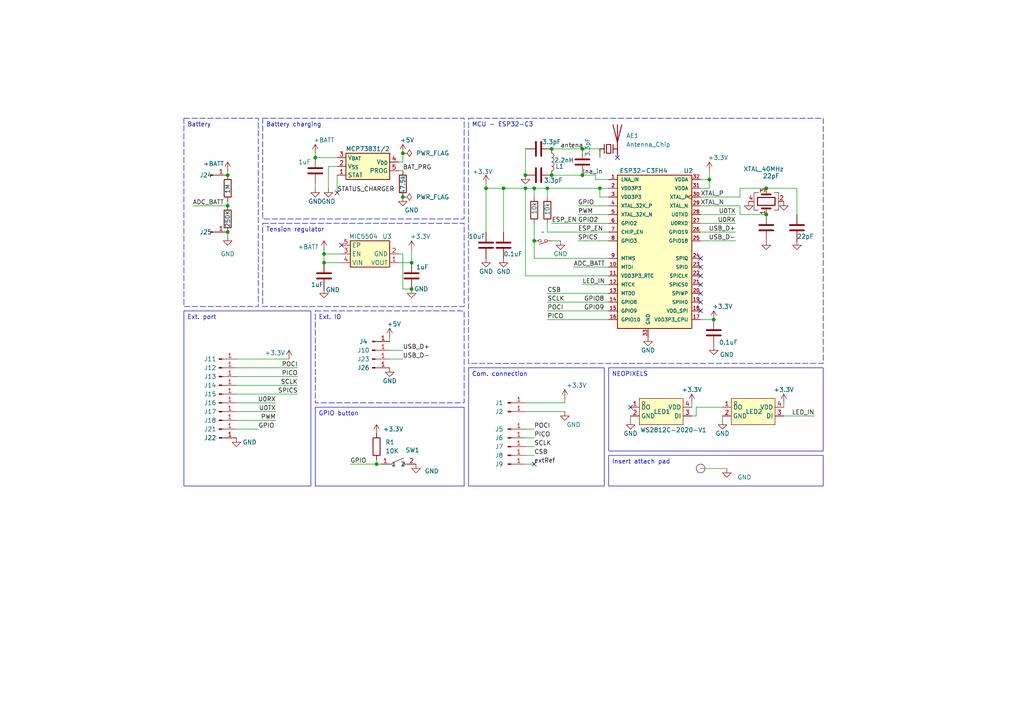
<source format=kicad_sch>
(kicad_sch (version 20231120) (generator "eeschema") (generator_version "8.0")
  (paper "A4")
  (title_block (title "Communication Mono") (date "2024-09-02") (rev "1.0") (company "Aightech"))
  (lib_symbols
    (symbol "00_custom:ESP32-C3FH4" (pin_names (offset 1.016))
      (property "Reference" "U" (at 2.54 5.08 0))
      (property "Value" "ESP32-C3FH4" (at 2.54 1.27 0))
      (symbol "ESP32-C3FH4_0_0"
        (rectangle (start 2.54 1.27) (end 24.13 -43.18) (stroke (width 0.254)) (fill (type background)))
        (pin bidirectional line (at 0 -25.4 0) (length 2.54) (name "MTDI") (number "10"))
        (pin power_in line (at 0 -27.94 0) (length 2.54) (name "VDD3P3_RTC") (number "11"))
        (pin bidirectional line (at 0 -30.48 0) (length 2.54) (name "MTCK") (number "12"))
        (pin bidirectional line (at 0 -33.02 0) (length 2.54) (name "MTDO") (number "13"))
        (pin bidirectional line (at 0 -35.56 0) (length 2.54) (name "GPIO8") (number "14"))
        (pin bidirectional line (at 0 -38.1 0) (length 2.54) (name "GPIO9") (number "15"))
        (pin bidirectional line (at 0 -40.64 0) (length 2.54) (name "GPIO10") (number "16"))
        (pin power_in line (at 26.67 -40.64 180) (length 2.54) (name "VDD3P3_CPU") (number "17"))
        (pin power_in line (at 26.67 -38.1 180) (length 2.54) (name "VDD_SPI") (number "18"))
        (pin bidirectional line (at 26.67 -35.56 180) (length 2.54) (name "SPIHD") (number "19"))
        (pin power_in line (at 0 -2.54 0) (length 2.54) (name "VDD3P3") (number "2"))
        (pin bidirectional line (at 26.67 -33.02 180) (length 2.54) (name "SPIWP") (number "20"))
        (pin bidirectional line (at 26.67 -30.48 180) (length 2.54) (name "SPICS0") (number "21"))
        (pin bidirectional line (at 26.67 -27.94 180) (length 2.54) (name "SPICLK") (number "22"))
        (pin bidirectional line (at 26.67 -25.4 180) (length 2.54) (name "SPID") (number "23"))
        (pin bidirectional line (at 26.67 -22.86 180) (length 2.54) (name "SPIQ") (number "24"))
        (pin bidirectional line (at 26.67 -17.78 180) (length 2.54) (name "GPIO18") (number "25"))
        (pin bidirectional line (at 26.67 -15.24 180) (length 2.54) (name "GPIO19") (number "26"))
        (pin bidirectional line (at 26.67 -12.7 180) (length 2.54) (name "U0RXD") (number "27"))
        (pin bidirectional line (at 26.67 -10.16 180) (length 2.54) (name "U0TXD") (number "28"))
        (pin output line (at 26.67 -7.62 180) (length 2.54) (name "XTAL_N") (number "29"))
        (pin power_in line (at 0 -5.08 0) (length 2.54) (name "VDD3P3") (number "3"))
        (pin input clock (at 26.67 -5.08 180) (length 2.54) (name "XTAL_P") (number "30"))
        (pin power_in line (at 26.67 -2.54 180) (length 2.54) (name "VDDA") (number "31"))
        (pin power_in line (at 26.67 0 180) (length 2.54) (name "VDDA") (number "32"))
        (pin power_in line (at 11.43 -45.72 90) (length 2.54) (name "GND") (number "33"))
        (pin bidirectional line (at 0 -7.62 0) (length 2.54) (name "XTAL_32K_P") (number "4"))
        (pin bidirectional line (at 0 -10.16 0) (length 2.54) (name "XTAL_32K_N") (number "5"))
        (pin bidirectional line (at 0 -12.7 0) (length 2.54) (name "GPIO2") (number "6"))
        (pin input line (at 0 -15.24 0) (length 2.54) (name "CHIP_EN") (number "7"))
        (pin bidirectional line (at 0 -17.78 0) (length 2.54) (name "GPIO3") (number "8"))
        (pin bidirectional line (at 0 -22.86 0) (length 2.54) (name "MTMS") (number "9"))
      )
      (symbol "ESP32-C3FH4_1_0"
        (pin bidirectional line (at 0 0 0) (length 2.54) (name "LNA_IN") (number "1"))
      )
    )
    (symbol "00_custom:MCP73831/2"
      (property "Reference" "U" (at 0 2.54 0))
      (property "Value" "MCP73831/2" (at 0 2.54 0))
      (symbol "MCP73831/2_0_1"
        (rectangle (start 2.54 1.27) (end 15.24 -6.35) (stroke (width 0.254)) (fill (type background)))
      )
      (symbol "MCP73831/2_1_1"
        (pin output line (at 0 0 0) (length 2.54) (name "STAT") (number "1"))
        (pin power_in line (at 0 -2.54 0) (length 2.54) (name "V_{SS}") (number "2"))
        (pin power_out line (at 0 -5.08 0) (length 2.54) (name "V_{BAT}") (number "3"))
        (pin power_in line (at 17.78 -3.81 180) (length 2.54) (name "V_{DD}") (number "4"))
        (pin input line (at 17.78 -1.27 180) (length 2.54) (name "PROG") (number "5"))
      )
    )
    (symbol "00_custom:MIC5504"
      (property "Reference" "U" (at 2.54 5.08 0))
      (property "Value" "MIC5504" (at 6.35 2.54 0))
      (symbol "MIC5504_0_1"
        (rectangle (start 2.54 1.27) (end 13.97 -6.35) (stroke (width 0.254)) (fill (type background)))
      )
      (symbol "MIC5504_1_1"
        (pin power_out line (at 0 0 0) (length 2.54) (name "VOUT") (number "1"))
        (pin power_in line (at 0 -2.54 0) (length 2.54) (name "GND") (number "2"))
        (pin input line (at 16.51 -2.54 180) (length 2.54) (name "EN") (number "3"))
        (pin power_in line (at 16.51 0 180) (length 2.54) (name "VIN") (number "4"))
        (pin passive line (at 16.51 -5.08 180) (length 2.54) (name "EP") (number "5"))
      )
    )
    (symbol "00_custom:smd_insert" (pin_numbers hide) (pin_names (offset 0) hide)
      (symbol "smd_insert_0_1"
        (circle (center 0 0) (radius 1.27))
      )
      (symbol "smd_insert_1_1"
        (pin power_in line (at 0 0 180) (length 0) (name "conn") (number "1"))
      )
    )
    (symbol "00_custom:switch" (pin_numbers hide) (pin_names hide)
      (property "Reference" "SW" (at 0 2.54 0))
      (symbol "switch_0_1"
        (circle (center -0.889 0) (radius 0.381))
        (polyline (pts (xy -0.889 0.381) (xy 1.016 1.016)))
        (circle (center 0.889 0) (radius 0.381))
      )
      (symbol "switch_1_1"
        (pin input line (at -2.54 0 0) (length 1.27) (name "1") (number "1"))
        (pin input line (at 2.54 0 180) (length 1.27) (name "2") (number "2"))
      )
    )
    (symbol "00_lcsc:TS-1088R-02026"
      (property "Reference" "SW" (at 0 5.08 0))
      (property "Value" "TS-1088R-02026" (at 0 -5.08 0))
      (symbol "TS-1088R-02026_0_1"
        (circle (center -1.52 0) (radius 0.38))
        (polyline (pts (xy -2.03 0) (xy -2.54 0)))
        (polyline (pts (xy -1.52 0.51) (xy 1.52 1.78)))
        (polyline (pts (xy 2.03 0) (xy 2.54 0)))
        (circle (center 1.52 0) (radius 0.38))
        (pin unspecified line (at -5.08 0 0) (length 2.54) (name "1") (number "1"))
        (pin unspecified line (at 5.08 0 180) (length 2.54) (name "2") (number "2"))
      )
    )
    (symbol "00_lcsc:WS2812C-2020-V1"
      (property "Reference" "LED" (at 0 7.62 0))
      (property "Value" "WS2812C-2020-V1" (at 0 -5.08 0))
      (symbol "WS2812C-2020-V1_0_1"
        (rectangle (start -7.62 5.08) (end 5.08 -2.54) (fill (type background)))
        (circle (center -6.35 3.81) (radius 0.38))
        (pin unspecified line (at -10.16 2.54 0) (length 2.54) (name "DO") (number "1"))
        (pin unspecified line (at -10.16 0 0) (length 2.54) (name "GND") (number "2"))
        (pin unspecified line (at 7.62 0 180) (length 2.54) (name "DI") (number "3"))
        (pin unspecified line (at 7.62 2.54 180) (length 2.54) (name "VDD") (number "4"))
      )
    )
    (symbol "Connector:Conn_01x01_Pin" (pin_names (offset 1.016) hide)
      (property "Reference" "J" (at 0 2.54 0))
      (property "Value" "Conn_01x01_Pin" (at 0 -2.54 0))
      (symbol "Conn_01x01_Pin_1_1"
        (polyline (pts (xy 1.27 0) (xy 0.8636 0)) (stroke (width 0.1524)))
        (rectangle (start 0.8636 0.127) (end 0 -0.127) (stroke (width 0.1524)) (fill (type outline)))
        (pin passive line (at 5.08 0 180) (length 3.81) (name "Pin_1") (number "1"))
      )
    )
    (symbol "Device:Antenna_Chip" (pin_numbers hide) (pin_names (offset 1.016) hide)
      (property "Reference" "AE2" (at 5.08 3.81 0))
      (property "Value" "Antenna_Chip" (at 5.08 1.27 0))
      (symbol "Antenna_Chip_0_1"
        (polyline (pts (xy -2.54 0) (xy -2.54 -0.635)) (stroke (width 0.254)))
        (polyline (pts (xy -2.54 0) (xy -1.27 0)) (stroke (width 0.254)))
        (polyline (pts (xy 1.27 0) (xy 2.54 0)) (stroke (width 0.254)))
        (polyline (pts (xy 1.27 1.27) (xy 1.27 -1.27)) (stroke (width 0.254)))
        (polyline (pts (xy 2.54 -0.635) (xy 2.54 0)))
        (polyline (pts (xy 2.54 6.985) (xy 2.54 -1.905)) (stroke (width 0.254)))
        (polyline (pts (xy -1.27 1.27) (xy -1.27 -1.27) (xy -1.27 0)) (stroke (width 0.254)))
        (polyline (pts (xy 3.81 6.985) (xy 2.54 1.905) (xy 1.27 6.985)) (stroke (width 0.254)))
        (polyline (pts (xy -0.635 1.27) (xy 0.635 1.27) (xy 0.635 -1.27) (xy -0.635 -1.27) (xy -0.635 1.27)) (stroke (width 0.254)))
      )
      (symbol "Antenna_Chip_1_1"
        (pin input line (at -2.54 -2.54 90) (length 2.54) (name "FEED") (number "1"))
        (pin passive line (at 2.54 -2.54 90) (length 2.54) (name "PCB_Trace") (number "2"))
      )
    )
    (symbol "Device:C" (pin_numbers hide) (pin_names (offset 0.254))
      (property "Reference" "C" (at 0.635 2.54 0))
      (property "Value" "C" (at 0.635 -2.54 0))
      (symbol "C_0_1"
        (polyline (pts (xy -2.032 -0.762) (xy 2.032 -0.762)) (stroke (width 0.508)))
        (polyline (pts (xy -2.032 0.762) (xy 2.032 0.762)) (stroke (width 0.508)))
      )
      (symbol "C_1_1"
        (pin passive line (at 0 3.81 270) (length 2.794) (name "~") (number "1"))
        (pin passive line (at 0 -3.81 90) (length 2.794) (name "~") (number "2"))
      )
    )
    (symbol "Device:Crystal_GND24" (pin_names (offset 1.016) hide)
      (property "Reference" "Y" (at 3.175 5.08 0))
      (property "Value" "Crystal_GND24" (at 3.175 3.175 0))
      (symbol "Crystal_GND24_0_1"
        (rectangle (start -1.143 2.54) (end 1.143 -2.54) (stroke (width 0.3048)))
        (polyline (pts (xy -2.54 0) (xy -2.032 0)))
        (polyline (pts (xy -2.032 -1.27) (xy -2.032 1.27)) (stroke (width 0.508)))
        (polyline (pts (xy 0 -3.81) (xy 0 -3.556)))
        (polyline (pts (xy 0 3.556) (xy 0 3.81)))
        (polyline (pts (xy 2.032 -1.27) (xy 2.032 1.27)) (stroke (width 0.508)))
        (polyline (pts (xy 2.032 0) (xy 2.54 0)))
        (polyline (pts (xy -2.54 -2.286) (xy -2.54 -3.556) (xy 2.54 -3.556) (xy 2.54 -2.286)))
        (polyline (pts (xy -2.54 2.286) (xy -2.54 3.556) (xy 2.54 3.556) (xy 2.54 2.286)))
      )
      (symbol "Crystal_GND24_1_1"
        (pin passive line (at -3.81 0 0) (length 1.27) (name "1") (number "1"))
        (pin passive line (at 0 5.08 270) (length 1.27) (name "2") (number "2"))
        (pin passive line (at 3.81 0 180) (length 1.27) (name "3") (number "3"))
        (pin passive line (at 0 -5.08 90) (length 1.27) (name "4") (number "4"))
      )
    )
    (symbol "Device:L" (pin_numbers hide) (pin_names (offset 1.016) hide)
      (property "Reference" "L" (at -1.27 0 90))
      (property "Value" "L" (at 1.905 0 90))
      (symbol "L_0_1"
        (arc (start 0 -2.54) (mid 0.6323 -1.905) (end 0 -1.27))
        (arc (start 0 -1.27) (mid 0.6323 -0.635) (end 0 0))
        (arc (start 0 0) (mid 0.6323 0.635) (end 0 1.27))
        (arc (start 0 1.27) (mid 0.6323 1.905) (end 0 2.54))
      )
      (symbol "L_1_1"
        (pin passive line (at 0 3.81 270) (length 1.27) (name "1") (number "1"))
        (pin passive line (at 0 -3.81 90) (length 1.27) (name "2") (number "2"))
      )
    )
    (symbol "Device:R" (pin_numbers hide) (pin_names (offset 0))
      (property "Reference" "R" (at 2.032 0 90))
      (property "Value" "R" (at 0 0 90))
      (symbol "R_0_1"
        (rectangle (start -1.016 -2.54) (end 1.016 2.54) (stroke (width 0.254)))
      )
      (symbol "R_1_1"
        (pin passive line (at 0 3.81 270) (length 1.27) (name "~") (number "1"))
        (pin passive line (at 0 -3.81 90) (length 1.27) (name "~") (number "2"))
      )
    )
    (symbol "power:+3.3V" (power) (pin_names (offset 0))
      (property "Value" "+3.3V" (at 0 3.556 0))
      (symbol "+3.3V_0_1"
        (polyline (pts (xy -0.762 1.27) (xy 0 2.54)))
        (polyline (pts (xy 0 0) (xy 0 2.54)))
        (polyline (pts (xy 0 2.54) (xy 0.762 1.27)))
      )
      (symbol "+3.3V_1_1"
        (pin power_in line (at 0 0 90) (length 0) hide (name "+3.3V") (number "1"))
      )
    )
    (symbol "power:+5V" (power) (pin_numbers hide) (pin_names (offset 0) hide)
      (property "Value" "+5V" (at 0 3.556 0))
      (symbol "+5V_0_1"
        (polyline (pts (xy -0.762 1.27) (xy 0 2.54)))
        (polyline (pts (xy 0 0) (xy 0 2.54)))
        (polyline (pts (xy 0 2.54) (xy 0.762 1.27)))
      )
      (symbol "+5V_1_1"
        (pin power_in line (at 0 0 90) (length 0) (name "~") (number "1"))
      )
    )
    (symbol "power:+BATT" (power) (pin_numbers hide) (pin_names (offset 0) hide)
      (property "Value" "+BATT" (at 0 3.556 0))
      (symbol "+BATT_0_1"
        (polyline (pts (xy -0.762 1.27) (xy 0 2.54)))
        (polyline (pts (xy 0 0) (xy 0 2.54)))
        (polyline (pts (xy 0 2.54) (xy 0.762 1.27)))
      )
      (symbol "+BATT_1_1"
        (pin power_in line (at 0 0 90) (length 0) (name "~") (number "1"))
      )
    )
    (symbol "power:GND" (power) (pin_names (offset 0))
      (property "Value" "GND" (at 0 -3.81 0))
      (symbol "GND_0_1"
        (polyline (pts (xy 0 0) (xy 0 -1.27) (xy 1.27 -1.27) (xy 0 -2.54) (xy -1.27 -1.27) (xy 0 -1.27)))
      )
      (symbol "GND_1_1"
        (pin power_in line (at 0 0 270) (length 0) hide (name "GND") (number "1"))
      )
    )
    (symbol "power:PWR_FLAG" (power) (pin_numbers hide) (pin_names (offset 0) hide)
      (property "Value" "PWR_FLAG" (at 0 3.81 0))
      (symbol "PWR_FLAG_0_0"
        (pin power_out line (at 0 0 90) (length 0) (name "~") (number "1"))
      )
      (symbol "PWR_FLAG_0_1"
        (polyline (pts (xy 0 0) (xy 0 1.27) (xy -1.016 1.905) (xy 0 2.54) (xy 1.016 1.905) (xy 0 1.27)))
      )
    )
  )
  (junction (at 66.04 67.31))
  (junction (at 146.05 54.61))
  (junction (at 140.97 54.61))
  (junction (at 119.38 83.82))
  (junction (at 207.01 92.71))
  (junction (at 119.38 76.2))
  (junction (at 222.25 54.61))
  (junction (at 160.02 43.18))
  (junction (at 173.99 54.61))
  (junction (at 152.4 50.8))
  (junction (at 93.98 73.66))
  (junction (at 168.91 50.8))
  (junction (at 205.74 52.07))
  (junction (at 154.94 69.85))
  (junction (at 91.44 45.72))
  (junction (at 109.22 134.62))
  (junction (at 66.04 59.69))
  (junction (at 152.4 54.61))
  (junction (at 154.94 54.61))
  (junction (at 66.04 50.8))
  (junction (at 116.84 57.15))
  (junction (at 158.75 54.61))
  (junction (at 222.25 62.23))
  (junction (at 168.91 43.18))
  (junction (at 116.84 44.45))
  (junction (at 160.02 50.8))
  (junction (at 93.98 76.2))
  (no_connect (at 203.2 74.93))
  (no_connect (at 203.2 85.09))
  (no_connect (at 203.2 80.01))
  (no_connect (at 203.2 87.63))
  (no_connect (at 203.2 90.17))
  (no_connect (at 99.06 71.12))
  (no_connect (at 179.07 45.72))
  (no_connect (at 203.2 77.47))
  (no_connect (at 154.94 134.62))
  (no_connect (at 203.2 82.55))
  (no_connect (at 97.79 55.88))
  (no_connect (at 182.88 118.11))
  (wire (pts (xy 214.63 62.23) (xy 222.25 62.23)))
  (wire (pts (xy 231.14 62.23) (xy 231.14 54.61)))
  (wire (pts (xy 167.64 59.69) (xy 176.53 59.69)))
  (wire (pts (xy 210.82 135.89) (xy 203.2 135.89)))
  (wire (pts (xy 93.98 72.39) (xy 93.98 73.66)))
  (wire (pts (xy 176.53 54.61) (xy 173.99 54.61)))
  (wire (pts (xy 115.57 76.2) (xy 119.38 76.2)))
  (wire (pts (xy 172.72 50.8) (xy 168.91 50.8)))
  (wire (pts (xy 119.38 72.39) (xy 119.38 76.2)))
  (wire (pts (xy 168.91 43.18) (xy 173.99 43.18)))
  (wire (pts (xy 154.94 74.93) (xy 176.53 74.93)))
  (wire (pts (xy 93.98 73.66) (xy 93.98 76.2)))
  (wire (pts (xy 68.58 111.76) (xy 86.36 111.76)))
  (wire (pts (xy 176.53 85.09) (xy 158.75 85.09)))
  (wire (pts (xy 205.74 52.07) (xy 205.74 49.53)))
  (wire (pts (xy 68.58 109.22) (xy 86.36 109.22)))
  (wire (pts (xy 203.2 54.61) (xy 205.74 54.61)))
  (wire (pts (xy 213.36 67.31) (xy 203.2 67.31)))
  (wire (pts (xy 201.93 120.65) (xy 201.93 118.11)))
  (wire (pts (xy 203.2 57.15) (xy 214.63 57.15)))
  (wire (pts (xy 227.33 118.11) (xy 227.33 116.84)))
  (wire (pts (xy 205.74 54.61) (xy 205.74 52.07)))
  (wire (pts (xy 95.25 48.26) (xy 95.25 54.61)))
  (wire (pts (xy 152.4 119.38) (xy 163.83 119.38)))
  (wire (pts (xy 214.63 57.15) (xy 214.63 54.61)))
  (wire (pts (xy 116.84 101.6) (xy 113.03 101.6)))
  (wire (pts (xy 158.75 54.61) (xy 158.75 57.15)))
  (wire (pts (xy 154.94 69.85) (xy 154.94 64.77)))
  (wire (pts (xy 163.83 115.57) (xy 163.83 116.84)))
  (wire (pts (xy 158.75 67.31) (xy 158.75 64.77)))
  (wire (pts (xy 182.88 120.65) (xy 182.88 121.92)))
  (wire (pts (xy 116.84 46.99) (xy 116.84 44.45)))
  (wire (pts (xy 68.58 119.38) (xy 80.01 119.38)))
  (wire (pts (xy 152.4 50.8) (xy 152.4 43.18)))
  (wire (pts (xy 231.14 54.61) (xy 222.25 54.61)))
  (wire (pts (xy 113.03 97.79) (xy 113.03 99.06)))
  (wire (pts (xy 116.84 104.14) (xy 113.03 104.14)))
  (wire (pts (xy 109.22 134.62) (xy 101.6 134.62)))
  (wire (pts (xy 68.58 106.68) (xy 86.36 106.68)))
  (wire (pts (xy 158.75 90.17) (xy 176.53 90.17)))
  (wire (pts (xy 154.94 74.93) (xy 154.94 69.85)))
  (wire (pts (xy 68.58 124.46) (xy 74.93 124.46)))
  (wire (pts (xy 173.99 43.18) (xy 173.99 45.72)))
  (wire (pts (xy 200.66 116.84) (xy 200.66 118.11)))
  (wire (pts (xy 154.94 54.61) (xy 154.94 57.15)))
  (wire (pts (xy 213.36 62.23) (xy 203.2 62.23)))
  (wire (pts (xy 154.94 54.61) (xy 158.75 54.61)))
  (wire (pts (xy 146.05 54.61) (xy 140.97 54.61)))
  (wire (pts (xy 214.63 59.69) (xy 214.63 62.23)))
  (wire (pts (xy 116.84 73.66) (xy 116.84 83.82)))
  (wire (pts (xy 172.72 52.07) (xy 176.53 52.07)))
  (wire (pts (xy 203.2 59.69) (xy 214.63 59.69)))
  (wire (pts (xy 176.53 80.01) (xy 152.4 80.01)))
  (wire (pts (xy 68.58 116.84) (xy 80.01 116.84)))
  (wire (pts (xy 116.84 73.66) (xy 115.57 73.66)))
  (wire (pts (xy 158.75 92.71) (xy 176.53 92.71)))
  (wire (pts (xy 158.75 54.61) (xy 173.99 54.61)))
  (wire (pts (xy 227.33 120.65) (xy 236.22 120.65)))
  (wire (pts (xy 203.2 92.71) (xy 207.01 92.71)))
  (wire (pts (xy 158.75 67.31) (xy 176.53 67.31)))
  (wire (pts (xy 201.93 118.11) (xy 209.55 118.11)))
  (wire (pts (xy 146.05 54.61) (xy 152.4 54.61)))
  (wire (pts (xy 152.4 132.08) (xy 154.94 132.08)))
  (wire (pts (xy 213.36 69.85) (xy 203.2 69.85)))
  (wire (pts (xy 168.91 50.8) (xy 160.02 50.8)))
  (wire (pts (xy 152.4 80.01) (xy 152.4 54.61)))
  (wire (pts (xy 152.4 127) (xy 154.94 127)))
  (wire (pts (xy 66.04 67.31) (xy 66.04 68.58)))
  (wire (pts (xy 152.4 129.54) (xy 154.94 129.54)))
  (wire (pts (xy 152.4 124.46) (xy 154.94 124.46)))
  (wire (pts (xy 162.56 69.85) (xy 160.02 69.85)))
  (wire (pts (xy 91.44 45.72) (xy 97.79 45.72)))
  (wire (pts (xy 152.4 54.61) (xy 154.94 54.61)))
  (wire (pts (xy 93.98 73.66) (xy 99.06 73.66)))
  (wire (pts (xy 97.79 48.26) (xy 95.25 48.26)))
  (wire (pts (xy 166.37 77.47) (xy 176.53 77.47)))
  (wire (pts (xy 109.22 133.35) (xy 109.22 134.62)))
  (wire (pts (xy 66.04 49.53) (xy 66.04 50.8)))
  (wire (pts (xy 91.44 54.61) (xy 91.44 53.34)))
  (wire (pts (xy 99.06 76.2) (xy 93.98 76.2)))
  (wire (pts (xy 209.55 120.65) (xy 209.55 121.92)))
  (wire (pts (xy 214.63 54.61) (xy 222.25 54.61)))
  (wire (pts (xy 176.53 57.15) (xy 173.99 57.15)))
  (wire (pts (xy 68.58 121.92) (xy 80.01 121.92)))
  (wire (pts (xy 116.84 49.53) (xy 115.57 49.53)))
  (wire (pts (xy 68.58 114.3) (xy 86.36 114.3)))
  (wire (pts (xy 203.2 52.07) (xy 205.74 52.07)))
  (wire (pts (xy 91.44 44.45) (xy 91.44 45.72)))
  (wire (pts (xy 172.72 52.07) (xy 172.72 50.8)))
  (wire (pts (xy 152.4 116.84) (xy 163.83 116.84)))
  (wire (pts (xy 200.66 120.65) (xy 201.93 120.65)))
  (wire (pts (xy 168.91 82.55) (xy 176.53 82.55)))
  (wire (pts (xy 97.79 55.88) (xy 97.79 50.8)))
  (wire (pts (xy 160.02 64.77) (xy 176.53 64.77)))
  (wire (pts (xy 66.04 58.42) (xy 66.04 59.69)))
  (wire (pts (xy 213.36 64.77) (xy 203.2 64.77)))
  (wire (pts (xy 110.49 134.62) (xy 109.22 134.62)))
  (wire (pts (xy 160.02 43.18) (xy 168.91 43.18)))
  (wire (pts (xy 116.84 83.82) (xy 119.38 83.82)))
  (wire (pts (xy 167.64 62.23) (xy 176.53 62.23)))
  (wire (pts (xy 140.97 67.31) (xy 140.97 54.61)))
  (wire (pts (xy 152.4 134.62) (xy 154.94 134.62)))
  (wire (pts (xy 158.75 87.63) (xy 176.53 87.63)))
  (wire (pts (xy 173.99 57.15) (xy 173.99 54.61)))
  (wire (pts (xy 140.97 54.61) (xy 140.97 53.34)))
  (wire (pts (xy 55.88 59.69) (xy 66.04 59.69)))
  (wire (pts (xy 167.64 69.85) (xy 176.53 69.85)))
  (wire (pts (xy 68.58 104.14) (xy 83.82 104.14)))
  (wire (pts (xy 146.05 67.31) (xy 146.05 54.61)))
  (wire (pts (xy 115.57 46.99) (xy 116.84 46.99)))
  (text_box "Battery charging" (at 76.2 34.29 0) (size 58.42 29.21) (stroke (width 0) (type dash)) (effects (font (size 1.27 1.27)) (justify left top)))
  (text_box "Insert attach pad" (at 176.53 132.08 0) (size 62.23 8.89) (effects (font (size 1.27 1.27)) (justify left top)))
  (text_box "NEOPIXELS" (at 176.53 106.68 0) (size 62.23 24.13) (effects (font (size 1.27 1.27)) (justify left top)))
  (text_box "MCU - ESP32-C3" (at 135.89 34.29 0) (size 102.87 71.12) (stroke (width 0) (type dash)) (effects (font (size 1.27 1.27)) (justify left top)))
  (text_box "Com. connection" (at 135.89 106.68 0) (size 39.37 34.29) (effects (font (size 1.27 1.27)) (justify left top)))
  (text_box "GPIO button" (at 91.44 118.11 0) (size 43.18 22.86) (effects (font (size 1.27 1.27)) (justify left top)))
  (text_box "Tension regulator\n" (at 76.2 64.77 0) (size 58.42 24.13) (stroke (width 0) (type dash)) (effects (font (size 1.27 1.27)) (justify left top)))
  (text_box "Battery" (at 53.34 34.29 0) (size 21.59 54.61) (stroke (width 0) (type dash)) (effects (font (size 1.27 1.27)) (justify left top)))
  (text_box "Ext. IO" (at 91.44 90.17 0) (size 43.18 26.67) (stroke (width 0) (type dash)) (effects (font (size 1.27 1.27)) (justify left top)))
  (text_box "Ext. port" (at 53.34 90.17 0) (size 36.83 50.8) (effects (font (size 1.27 1.27)) (justify left top)))
  (label "PICO" (at 158.75 92.71 0))
  (label "GPIO" (at 167.64 59.69 0))
  (label "SCLK" (at 86.36 111.76 180))
  (label "POCI" (at 86.36 106.68 180))
  (label "GPIO2" (at 167.64 64.77 0))
  (label "XTAL_P" (at 203.2 57.15 0))
  (label "PWM" (at 80.01 121.92 180))
  (label "ADC_BATT" (at 166.37 77.47 0))
  (label "U0RX" (at 80.01 116.84 180))
  (label "USB_D+" (at 116.84 101.6 0))
  (label "SPICS" (at 167.64 69.85 0))
  (label "U0TX" (at 213.36 62.23 180))
  (label "CSB" (at 158.75 85.09 0))
  (label "BAT_PRG" (at 116.84 49.53 0))
  (label "ESP_EN" (at 167.64 67.31 0))
  (label "XTAL_N" (at 203.2 59.69 0))
  (label "ESP_EN" (at 160.02 64.77 0))
  (label "SCLK" (at 154.94 129.54 0))
  (label "SPICS" (at 86.36 114.3 180))
  (label "GPIO" (at 101.6 134.62 0))
  (label "GPIO8" (at 175.26 87.63 180))
  (label "antena" (at 162.56 43.18 0))
  (label "GPIO" (at 74.93 124.46 0))
  (label "LED_IN" (at 168.91 82.55 0))
  (label "PWM" (at 167.64 62.23 0))
  (label "CSB" (at 154.94 132.08 0))
  (label "extRef" (at 154.94 134.62 0))
  (label "STATUS_CHARGER" (at 97.79 55.88 0))
  (label "lna_in" (at 168.91 50.8 0))
  (label "ADC_BATT" (at 55.88 59.69 0))
  (label "GPIO9" (at 175.26 90.17 180))
  (label "PICO" (at 154.94 127 0))
  (label "PICO" (at 86.36 109.22 180))
  (label "USB_D-" (at 116.84 104.14 0))
  (label "U0RX" (at 213.36 64.77 180))
  (label "SCLK" (at 158.75 87.63 0))
  (label "POCI" (at 158.75 90.17 0))
  (label "USB_D-" (at 213.36 69.85 180))
  (label "LED_IN" (at 236.22 120.65 180))
  (label "POCI" (at 154.94 124.46 0))
  (label "USB_D+" (at 213.36 67.31 180))
  (label "U0TX" (at 80.01 119.38 180))
  (symbol (lib_id "power:GND") (at 93.98 83.82 0) (unit 1)
    (property "Reference" "#PWR030" (effects (hide yes)))
    (property "Value" "GND" (at 96.52 84.074 0))
    (property "Description" "Power symbol creates a global label with name \"GND\" , ground" (effects (hide yes)))
  )
  (symbol (lib_id "Connector:Conn_01x01_Pin") (at 63.5 109.22 0) (unit 1) (in_bom no)
    (property "Reference" "J13" (at 60.96 109.22 0))
    (property "Value" "Conn_01x01_Pin" (effects (hide yes)))
    (property "Footprint" "Connector_PinHeader_1.27mm:PinHeader_1x01_P1.27mm_Vertical" (effects (hide yes)))
  )
  (symbol (lib_id "Device:Antenna_Chip") (at 176.53 43.18 0) (unit 1)
    (property "Reference" "AE1" (at 181.61 39.37 0) (effects (justify left)))
    (property "Value" "Antenna_Chip" (at 181.61 41.91 0) (effects (justify left)))
    (property "Footprint" "Capacitor_SMD:C_1206_3216Metric" (effects (hide yes)))
    (property "Description" "Ceramic chip antenna with pin for PCB trace" (effects (hide yes)))
    (property "LCSC" "C6807751" (effects (hide yes)))
    (property "BW" ">=100MHz" (effects (hide yes)))
    (property "Peak Gain" "2.5dBi @(XZ-total)" (effects (hide yes)))
    (property "Average Gain" "-1.5dBi @(XZ-total)" (effects (hide yes)))
    (property "VSWR" "<2 in BW" (effects (hide yes)))
    (property "Impedance" "50 Ohm" (effects (hide yes)))
    (property "Power capacity" "3W" (effects (hide yes)))
  )
  (symbol (lib_id "power:GND") (at 182.88 121.92 0) (unit 1)
    (property "Reference" "#PWR02" (effects (hide yes)))
    (property "Value" "GND" (at 182.88 125.73 0))
  )
  (symbol (lib_id "power:+3.3V") (at 109.22 125.73 0) (unit 1)
    (property "Reference" "#PWR015" (effects (hide yes)))
    (property "Value" "+3.3V" (at 114.046 124.46 0))
  )
  (symbol (lib_id "power:GND") (at 162.56 69.85 0) (unit 1)
    (property "Reference" "#PWR023" (effects (hide yes)))
    (property "Value" "GND" (at 162.56 73.66 0))
    (property "Description" "Power symbol creates a global label with name \"GND\" , ground" (effects (hide yes)))
  )
  (symbol (lib_id "Device:R") (at 154.94 60.96 0) (unit 1)
    (property "Reference" "R4" (effects (hide yes)))
    (property "Value" "10k" (at 154.94 62.23 90) (effects (justify left)))
    (property "Footprint" "Resistor_SMD:R_0402_1005Metric" (effects (hide yes)))
    (property "Description" "Resistor" (effects (hide yes)))
    (property "LCSC" "C25762" (effects (hide yes)))
  )
  (symbol (lib_id "Device:R") (at 109.22 129.54 0) (unit 1)
    (property "Reference" "R1" (at 111.76 128.27 0) (effects (justify left)))
    (property "Value" "10K" (at 111.76 130.81 0) (effects (justify left)))
    (property "Footprint" "Resistor_SMD:R_0402_1005Metric" (effects (hide yes)))
    (property "LCSC" "C25744" (effects (hide yes)))
  )
  (symbol (lib_id "power:GND") (at 187.96 97.79 0) (unit 1)
    (property "Reference" "#PWR036" (effects (hide yes)))
    (property "Value" "GND" (at 187.96 101.6 0))
    (property "Description" "Power symbol creates a global label with name \"GND\" , ground" (effects (hide yes)))
  )
  (symbol (lib_id "00_custom:MCP73831/2") (at 97.79 50.8 0) (mirror x) (unit 1)
    (property "Reference" "U1" (effects (hide yes)))
    (property "Value" "MCP73831/2" (at 106.68 43.18 0))
    (property "Footprint" "Package_TO_SOT_SMD:SOT-23-5" (effects (hide yes)))
    (property "LCSC" "C14879" (effects (hide yes)))
  )
  (symbol (lib_id "power:GND") (at 116.84 57.15 0) (mirror y) (unit 1)
    (property "Reference" "#PWR018" (effects (hide yes)))
    (property "Value" "GND" (at 119.38 60.96 0))
    (property "Description" "Power symbol creates a global label with name \"GND\" , ground" (effects (hide yes)))
  )
  (symbol (lib_id "Connector:Conn_01x01_Pin") (at 147.32 129.54 0) (unit 1) (in_bom no)
    (property "Reference" "J7" (at 144.78 129.54 0))
    (property "Value" "Conn_01x01_Pin" (effects (hide yes)))
    (property "Footprint" "Connector_PinHeader_1.27mm:PinHeader_1x01_P1.27mm_Vertical" (effects (hide yes)))
  )
  (symbol (lib_id "power:GND") (at 207.01 100.33 0) (unit 1)
    (property "Reference" "#PWR038" (effects (hide yes)))
    (property "Value" "GND" (at 210.82 102.87 0))
    (property "Description" "Power symbol creates a global label with name \"GND\" , ground" (effects (hide yes)))
  )
  (symbol (lib_id "Device:C") (at 207.01 96.52 0) (unit 1)
    (property "Reference" "C10" (effects (hide yes)))
    (property "Value" "0.1uF" (at 208.534 99.314 0) (effects (justify left)))
    (property "Footprint" "Capacitor_SMD:C_0402_1005Metric" (effects (hide yes)))
    (property "Description" "Unpolarized capacitor" (effects (hide yes)))
  )
  (symbol (lib_id "power:GND") (at 91.44 54.61 0) (mirror y) (unit 1)
    (property "Reference" "#PWR013" (effects (hide yes)))
    (property "Value" "GND" (at 91.44 58.42 0))
    (property "Description" "Power symbol creates a global label with name \"GND\" , ground" (effects (hide yes)))
  )
  (symbol (lib_id "00_custom:ESP32-C3FH4") (at 176.53 52.07 0) (unit 1)
    (property "Reference" "U2" (at 199.644 49.53 0))
    (property "Value" "ESP32-C3FH4" (at 186.69 49.53 0))
    (property "Footprint" "00_custom-footprints:ESP32-C3FH4" (effects (hide yes)))
    (property "PARTREV" "V1.0" (effects (hide yes)))
    (property "MAXIMUM_PACKAGE_HEIGHT" "0.9mm" (effects (hide yes)))
    (property "MANUFACTURER" "Espressif" (effects (hide yes)))
    (property "STANDARD" "IPC 7351B" (effects (hide yes)))
    (property "LCSC" "C2858491" (effects (hide yes)))
  )
  (symbol (lib_id "power:+BATT") (at 91.44 44.45 0) (mirror y) (unit 1)
    (property "Reference" "#PWR03" (effects (hide yes)))
    (property "Value" "+BATT" (at 93.98 40.64 0))
    (property "Description" "Power symbol creates a global label with name \"+BATT\"" (effects (hide yes)))
  )
  (symbol (lib_id "Device:C") (at 222.25 66.04 0) (unit 1)
    (property "Reference" "C4" (effects (hide yes)))
    (property "Value" "22pF" (at 221.234 51.054 0) (effects (justify left)))
    (property "Footprint" "Capacitor_SMD:C_0402_1005Metric" (effects (hide yes)))
    (property "Description" "Unpolarized capacitor" (effects (hide yes)))
    (property "LCSC" "C12530" (effects (hide yes)))
  )
  (symbol (lib_id "power:+3.3V") (at 119.38 72.39 0) (unit 1)
    (property "Reference" "#PWR027" (effects (hide yes)))
    (property "Value" "+3.3V" (at 121.92 68.58 0))
    (property "Description" "Power symbol creates a global label with name \"+3.3V\"" (effects (hide yes)))
  )
  (symbol (lib_id "power:GND") (at 95.25 54.61 0) (mirror y) (unit 1)
    (property "Reference" "#PWR014" (effects (hide yes)))
    (property "Value" "GND" (at 95.25 58.42 0))
    (property "Description" "Power symbol creates a global label with name \"GND\" , ground" (effects (hide yes)))
  )
  (symbol (lib_id "Device:R") (at 66.04 54.61 180) (unit 1)
    (property "Reference" "R3" (effects (hide yes)))
    (property "Value" "1M" (at 66.04 53.34 90) (effects (justify left)))
    (property "Footprint" "Resistor_SMD:R_0402_1005Metric" (effects (hide yes)))
    (property "Description" "Resistor" (effects (hide yes)))
    (property "LCSC" "C25762" (effects (hide yes)))
  )
  (symbol (lib_id "power:GND") (at 217.17 58.42 0) (unit 1)
    (property "Reference" "#PWR019" (effects (hide yes)))
    (property "Value" "GND" (effects (hide yes)))
    (property "Description" "Power symbol creates a global label with name \"GND\" , ground" (effects (hide yes)))
  )
  (symbol (lib_id "power:+3.3V") (at 140.97 53.34 0) (unit 1)
    (property "Reference" "#PWR012" (effects (hide yes)))
    (property "Value" "+3.3V" (at 139.954 49.784 0))
    (property "Description" "Power symbol creates a global label with name \"+3.3V\"" (effects (hide yes)))
  )
  (symbol (lib_id "Connector:Conn_01x01_Pin") (at 147.32 116.84 0) (unit 1) (in_bom no)
    (property "Reference" "J1" (at 144.78 116.84 0))
    (property "Value" "Conn_01x01_Pin" (effects (hide yes)))
    (property "Footprint" "Connector_PinHeader_1.27mm:PinHeader_1x01_P1.27mm_Vertical" (effects (hide yes)))
  )
  (symbol (lib_id "Connector:Conn_01x01_Pin") (at 107.95 106.68 0) (unit 1) (in_bom no)
    (property "Reference" "J26" (at 105.41 106.68 0))
    (property "Value" "Conn_01x01_Pin" (effects (hide yes)))
    (property "Footprint" "Connector_PinHeader_1.27mm:PinHeader_1x01_P1.27mm_Vertical" (effects (hide yes)))
  )
  (symbol (lib_id "Device:C") (at 146.05 71.12 0) (unit 1)
    (property "Reference" "C7" (effects (hide yes)))
    (property "Value" "0.1uF" (at 146.05 73.66 0) (effects (justify left)))
    (property "Footprint" "Capacitor_SMD:C_0402_1005Metric" (effects (hide yes)))
    (property "Description" "Unpolarized capacitor" (effects (hide yes)))
  )
  (symbol (lib_id "Connector:Conn_01x01_Pin") (at 107.95 99.06 0) (unit 1) (in_bom no)
    (property "Reference" "J4" (at 105.41 99.06 0))
    (property "Value" "Conn_01x01_Pin" (effects (hide yes)))
    (property "Footprint" "Connector_PinHeader_1.27mm:PinHeader_1x01_P1.27mm_Vertical" (effects (hide yes)))
  )
  (symbol (lib_id "power:+3.3V") (at 163.83 115.57 0) (mirror y) (unit 1)
    (property "Reference" "#PWR08" (effects (hide yes)))
    (property "Value" "+3.3V" (at 170.18 111.76 0) (effects (justify left)))
  )
  (symbol (lib_id "power:+BATT") (at 93.98 72.39 0) (unit 1)
    (property "Reference" "#PWR026" (effects (hide yes)))
    (property "Value" "+BATT" (at 89.408 71.628 0))
    (property "Description" "Power symbol creates a global label with name \"+BATT\"" (effects (hide yes)))
  )
  (symbol (lib_id "Connector:Conn_01x01_Pin") (at 107.95 104.14 0) (unit 1) (in_bom no)
    (property "Reference" "J23" (at 105.41 104.14 0))
    (property "Value" "Conn_01x01_Pin" (effects (hide yes)))
    (property "Footprint" "Connector_PinHeader_1.27mm:PinHeader_1x01_P1.27mm_Vertical" (effects (hide yes)))
  )
  (symbol (lib_id "Connector:Conn_01x01_Pin") (at 63.5 124.46 0) (unit 1) (in_bom no)
    (property "Reference" "J21" (at 60.96 124.46 0))
    (property "Value" "Conn_01x01_Pin" (effects (hide yes)))
    (property "Footprint" "Connector_PinHeader_1.27mm:PinHeader_1x01_P1.27mm_Vertical" (effects (hide yes)))
  )
  (symbol (lib_id "00_lcsc:WS2812C-2020-V1") (at 193.04 120.65 0) (unit 1)
    (property "Reference" "LED1" (at 192.024 119.38 0))
    (property "Value" "WS2812C-2020-V1" (at 195.326 124.714 0))
    (property "Footprint" "00_lcsc:LED-SMD_4P-L2.0-W2.0-TL_WS2812B-2020" (effects (hide yes)))
    (property "LCSC Part" "C2976072" (effects (hide yes)))
  )
  (symbol (lib_id "power:GND") (at 209.55 121.92 0) (unit 1)
    (property "Reference" "#PWR07" (effects (hide yes)))
    (property "Value" "GND" (at 209.55 125.73 0))
  )
  (symbol (lib_id "power:GND") (at 163.83 119.38 0) (mirror y) (unit 1)
    (property "Reference" "#PWR09" (effects (hide yes)))
    (property "Value" "GND" (at 166.37 123.19 0))
  )
  (symbol (lib_id "power:GND") (at 68.58 127 0) (unit 1)
    (property "Reference" "#PWR022" (effects (hide yes)))
    (property "Value" "GND" (at 72.39 128.27 0))
  )
  (symbol (lib_id "power:+3.3V") (at 227.33 116.84 0) (unit 1)
    (property "Reference" "#PWR06" (effects (hide yes)))
    (property "Value" "+3.3V" (at 227.33 113.03 0))
  )
  (symbol (lib_id "Connector:Conn_01x01_Pin") (at 63.5 119.38 0) (unit 1) (in_bom no)
    (property "Reference" "J17" (at 60.96 119.38 0))
    (property "Value" "Conn_01x01_Pin" (effects (hide yes)))
    (property "Footprint" "Connector_PinHeader_1.27mm:PinHeader_1x01_P1.27mm_Vertical" (effects (hide yes)))
  )
  (symbol (lib_id "power:+5V") (at 116.84 44.45 0) (mirror y) (unit 1)
    (property "Reference" "#PWR04" (effects (hide yes)))
    (property "Value" "+5V" (at 118.11 40.64 0))
    (property "Description" "Power symbol creates a global label with name \"+5V\"" (effects (hide yes)))
  )
  (symbol (lib_id "Connector:Conn_01x01_Pin") (at 63.5 104.14 0) (unit 1) (in_bom no)
    (property "Reference" "J11" (at 60.96 104.14 0))
    (property "Value" "Conn_01x01_Pin" (effects (hide yes)))
    (property "Footprint" "Connector_PinHeader_1.27mm:PinHeader_1x01_P1.27mm_Vertical" (effects (hide yes)))
  )
  (symbol (lib_id "Device:Crystal_GND24") (at 222.25 58.42 270) (mirror x) (unit 1)
    (property "Reference" "Y1" (effects (hide yes)))
    (property "Value" "XTAL_40MHz" (at 221.488 49.022 90))
    (property "Footprint" "Crystal:Crystal_SMD_2016-4Pin_2.0x1.6mm" (effects (hide yes)))
    (property "Description" "Four pin crystal, GND on pins 2 and 4" (effects (hide yes)))
    (property "LCSC" "C2929402" (effects (hide yes)))
  )
  (symbol (lib_id "Connector:Conn_01x01_Pin") (at 63.5 114.3 0) (unit 1) (in_bom no)
    (property "Reference" "J15" (at 60.96 114.3 0))
    (property "Value" "Conn_01x01_Pin" (effects (hide yes)))
    (property "Footprint" "Connector_PinHeader_1.27mm:PinHeader_1x01_P1.27mm_Vertical" (effects (hide yes)))
  )
  (symbol (lib_id "Connector:Conn_01x01_Pin") (at 147.32 119.38 0) (unit 1) (in_bom no)
    (property "Reference" "J2" (at 144.78 119.38 0))
    (property "Value" "Conn_01x01_Pin" (effects (hide yes)))
    (property "Footprint" "Connector_PinHeader_1.27mm:PinHeader_1x01_P1.27mm_Vertical" (effects (hide yes)))
  )
  (symbol (lib_id "Device:C") (at 119.38 80.01 0) (unit 1)
    (property "Reference" "C9" (effects (hide yes)))
    (property "Value" "1uF" (at 120.65 77.47 0) (effects (justify left)))
    (property "Footprint" "Capacitor_SMD:C_0402_1005Metric" (effects (hide yes)))
    (property "Description" "Unpolarized capacitor" (effects (hide yes)))
  )
  (symbol (lib_id "power:+5V") (at 113.03 97.79 0) (mirror y) (unit 1)
    (property "Reference" "#PWR037" (effects (hide yes)))
    (property "Value" "+5V" (at 114.3 93.98 0))
    (property "Description" "Power symbol creates a global label with name \"+5V\"" (effects (hide yes)))
  )
  (symbol (lib_id "power:GND") (at 152.4 50.8 0) (unit 1)
    (property "Reference" "#PWR011" (effects (hide yes)))
    (property "Value" "GND" (effects (hide yes)))
    (property "Description" "Power symbol creates a global label with name \"GND\" , ground" (effects (hide yes)))
  )
  (symbol (lib_id "power:+BATT") (at 66.04 49.53 0) (unit 1)
    (property "Reference" "#PWR05" (effects (hide yes)))
    (property "Value" "+BATT" (at 61.976 47.498 0))
    (property "Description" "Power symbol creates a global label with name \"+BATT\"" (effects (hide yes)))
  )
  (symbol (lib_id "Device:C") (at 93.98 80.01 0) (unit 1)
    (property "Reference" "C8" (effects (hide yes)))
    (property "Value" "1uF" (at 90.17 82.55 0) (effects (justify left)))
    (property "Footprint" "Capacitor_SMD:C_0402_1005Metric" (effects (hide yes)))
    (property "Description" "Unpolarized capacitor" (effects (hide yes)))
  )
  (symbol (lib_id "Device:C") (at 168.91 46.99 0) (unit 1)
    (property "Reference" "C12" (effects (hide yes)))
    (property "Value" "3.3pF" (at 170.434 45.466 90) (effects (justify left)))
    (property "Footprint" "Capacitor_SMD:C_0402_1005Metric" (effects (hide yes)))
    (property "Description" "Unpolarized capacitor" (effects (hide yes)))
  )
  (symbol (lib_id "Device:C") (at 91.44 49.53 0) (mirror y) (unit 1)
    (property "Reference" "C2" (effects (hide yes)))
    (property "Value" "1uF" (at 90.17 46.99 0) (effects (justify left)))
    (property "Footprint" "Capacitor_SMD:C_0402_1005Metric" (effects (hide yes)))
    (property "Description" "Unpolarized capacitor" (effects (hide yes)))
  )
  (symbol (lib_id "power:+3.3V") (at 83.82 104.14 0) (unit 1)
    (property "Reference" "#PWR039" (effects (hide yes)))
    (property "Value" "+3.3V" (at 79.756 102.362 0))
    (property "Description" "Power symbol creates a global label with name \"+3.3V\"" (effects (hide yes)))
  )
  (symbol (lib_id "Connector:Conn_01x01_Pin") (at 63.5 116.84 0) (unit 1) (in_bom no)
    (property "Reference" "J16" (at 60.96 116.84 0))
    (property "Value" "Conn_01x01_Pin" (effects (hide yes)))
    (property "Footprint" "Connector_PinHeader_1.27mm:PinHeader_1x01_P1.27mm_Vertical" (effects (hide yes)))
  )
  (symbol (lib_id "power:GND") (at 66.04 68.58 0) (unit 1)
    (property "Reference" "#PWR021" (effects (hide yes)))
    (property "Value" "GND" (at 66.04 73.66 0))
    (property "Description" "Power symbol creates a global label with name \"GND\" , ground" (effects (hide yes)))
  )
  (symbol (lib_id "Connector:Conn_01x01_Pin") (at 147.32 127 0) (unit 1) (in_bom no)
    (property "Reference" "J6" (at 144.78 127 0))
    (property "Value" "Conn_01x01_Pin" (effects (hide yes)))
    (property "Footprint" "Connector_PinHeader_1.27mm:PinHeader_1x01_P1.27mm_Vertical" (effects (hide yes)))
  )
  (symbol (lib_id "Device:L") (at 160.02 46.99 0) (unit 1)
    (property "Reference" "L1" (at 162.306 48.26 0))
    (property "Value" "2.2nH" (at 163.576 46.482 0))
    (property "Footprint" "Inductor_SMD:L_0402_1005Metric" (effects (hide yes)))
    (property "Description" "Inductor" (effects (hide yes)))
  )
  (symbol (lib_id "Device:R") (at 158.75 60.96 180) (unit 1)
    (property "Reference" "R5" (effects (hide yes)))
    (property "Value" "10k" (at 158.75 62.484 90) (effects (justify right)))
    (property "Footprint" "Resistor_SMD:R_0402_1005Metric" (effects (hide yes)))
    (property "Description" "Resistor" (effects (hide yes)))
    (property "LCSC" "C25762" (effects (hide yes)))
  )
  (symbol (lib_id "Connector:Conn_01x01_Pin") (at 63.5 106.68 0) (unit 1) (in_bom no)
    (property "Reference" "J12" (at 60.96 106.68 0))
    (property "Value" "Conn_01x01_Pin" (effects (hide yes)))
    (property "Footprint" "Connector_PinHeader_1.27mm:PinHeader_1x01_P1.27mm_Vertical" (effects (hide yes)))
  )
  (symbol (lib_id "Connector:Conn_01x01_Pin") (at 63.5 111.76 0) (unit 1) (in_bom no)
    (property "Reference" "J14" (at 60.96 111.76 0))
    (property "Value" "Conn_01x01_Pin" (effects (hide yes)))
    (property "Footprint" "Connector_PinHeader_1.27mm:PinHeader_1x01_P1.27mm_Vertical" (effects (hide yes)))
  )
  (symbol (lib_id "00_lcsc:TS-1088R-02026") (at 115.57 134.62 0) (unit 1)
    (property "Reference" "SW1" (at 119.634 130.556 0))
    (property "Value" "TS-1088R-02026" (effects (hide yes)))
    (property "Footprint" "00_lcsc:SW-SMD_L3.9-W3.0-P4.45" (effects (hide yes)))
    (property "Datasheet" "https://lcsc.com/product-detail/New-Arrivals_XUNPU-TS-1088R-02026_C455280.html" (effects (hide yes)))
    (property "LCSC Part" "C455280" (effects (hide yes)))
  )
  (symbol (lib_id "00_custom:switch") (at 157.48 69.85 180) (unit 1)
    (property "Reference" "SW2" (effects (hide yes)))
    (property "Value" "~" (at 157.48 67.31 0))
    (property "Footprint" "00_lcsc:SW-SMD_L3.9-W3.0-P4.45" (effects (hide yes)))
    (property "LCSC" "C720477" (effects (hide yes)))
  )
  (symbol (lib_id "Connector:Conn_01x01_Pin") (at 63.5 121.92 0) (unit 1) (in_bom no)
    (property "Reference" "J18" (at 60.96 121.92 0))
    (property "Value" "Conn_01x01_Pin" (effects (hide yes)))
    (property "Footprint" "Connector_PinHeader_1.27mm:PinHeader_1x01_P1.27mm_Vertical" (effects (hide yes)))
  )
  (symbol (lib_id "Device:R") (at 66.04 63.5 0) (unit 1)
    (property "Reference" "R6" (effects (hide yes)))
    (property "Value" "250K" (at 66.04 66.04 90) (effects (justify left)))
    (property "Footprint" "Resistor_SMD:R_0402_1005Metric" (effects (hide yes)))
    (property "Description" "Resistor" (effects (hide yes)))
    (property "LCSC" "C25762" (effects (hide yes)))
  )
  (symbol (lib_id "Connector:Conn_01x01_Pin") (at 147.32 134.62 0) (unit 1) (in_bom no)
    (property "Reference" "J9" (at 144.78 134.62 0))
    (property "Value" "Conn_01x01_Pin" (effects (hide yes)))
    (property "Footprint" "Connector_PinHeader_1.27mm:PinHeader_1x01_P1.27mm_Vertical" (effects (hide yes)))
  )
  (symbol (lib_id "Connector:Conn_01x01_Pin") (at 107.95 101.6 0) (unit 1) (in_bom no)
    (property "Reference" "J10" (at 105.41 101.6 0))
    (property "Value" "Conn_01x01_Pin" (effects (hide yes)))
    (property "Footprint" "Connector_PinHeader_1.27mm:PinHeader_1x01_P1.27mm_Vertical" (effects (hide yes)))
  )
  (symbol (lib_id "power:GND") (at 222.25 69.85 0) (unit 1)
    (property "Reference" "#PWR024" (effects (hide yes)))
    (property "Value" "GND" (effects (hide yes)))
    (property "Description" "Power symbol creates a global label with name \"GND\" , ground" (effects (hide yes)))
  )
  (symbol (lib_id "Connector:Conn_01x01_Pin") (at 63.5 127 0) (unit 1) (in_bom no)
    (property "Reference" "J22" (at 60.96 127 0))
    (property "Value" "Conn_01x01_Pin" (effects (hide yes)))
    (property "Footprint" "Connector_PinHeader_1.27mm:PinHeader_1x01_P1.27mm_Vertical" (effects (hide yes)))
  )
  (symbol (lib_id "power:+3.3V") (at 207.01 92.71 0) (unit 1)
    (property "Reference" "#PWR033" (effects (hide yes)))
    (property "Value" "+3.3V" (at 209.55 88.9 0))
    (property "Description" "Power symbol creates a global label with name \"+3.3V\"" (effects (hide yes)))
  )
  (symbol (lib_id "Device:C") (at 231.14 66.04 0) (unit 1)
    (property "Reference" "C5" (effects (hide yes)))
    (property "Value" "22pF" (at 231.14 68.58 0) (effects (justify left)))
    (property "Footprint" "Capacitor_SMD:C_0402_1005Metric" (effects (hide yes)))
    (property "Description" "Unpolarized capacitor" (effects (hide yes)))
    (property "LCSC" "C1532" (effects (hide yes)))
  )
  (symbol (lib_id "Connector:Conn_01x01_Pin") (at 147.32 132.08 0) (unit 1) (in_bom no)
    (property "Reference" "J8" (at 144.78 132.08 0))
    (property "Value" "Conn_01x01_Pin" (effects (hide yes)))
    (property "Footprint" "Connector_PinHeader_1.27mm:PinHeader_1x01_P1.27mm_Vertical" (effects (hide yes)))
  )
  (symbol (lib_id "power:PWR_FLAG") (at 116.84 57.15 270) (unit 1)
    (property "Reference" "#FLG02" (effects (hide yes)))
    (property "Value" "PWR_FLAG" (at 120.65 57.1499 90) (effects (justify left)))
    (property "Description" "Special symbol for telling ERC where power comes from" (effects (hide yes)))
  )
  (symbol (lib_id "Connector:Conn_01x01_Pin") (at 147.32 124.46 0) (unit 1) (in_bom no)
    (property "Reference" "J5" (at 144.78 124.46 0))
    (property "Value" "Conn_01x01_Pin" (effects (hide yes)))
    (property "Footprint" "Connector_PinHeader_1.27mm:PinHeader_1x01_P1.27mm_Vertical" (effects (hide yes)))
  )
  (symbol (lib_id "power:GND") (at 120.65 134.62 0) (unit 1)
    (property "Reference" "#PWR016" (effects (hide yes)))
    (property "Value" "GND" (at 125.222 136.652 0))
  )
  (symbol (lib_id "power:GND") (at 119.38 83.82 0) (unit 1)
    (property "Reference" "#PWR031" (effects (hide yes)))
    (property "Value" "GND" (at 122.174 83.82 0))
    (property "Description" "Power symbol creates a global label with name \"GND\" , ground" (effects (hide yes)))
  )
  (symbol (lib_id "00_lcsc:WS2812C-2020-V1") (at 219.71 120.65 0) (unit 1)
    (property "Reference" "LED2" (at 218.694 119.38 0))
    (property "Value" "WS2812C" (effects (hide yes)))
    (property "Footprint" "00_lcsc:LED-SMD_4P-L2.0-W2.0-TL_WS2812B-2020" (effects (hide yes)))
    (property "LCSC Part" "C2976072" (effects (hide yes)))
  )
  (symbol (lib_id "power:GND") (at 146.05 74.93 0) (unit 1)
    (property "Reference" "#PWR029" (effects (hide yes)))
    (property "Value" "GND" (at 146.05 78.74 0))
    (property "Description" "Power symbol creates a global label with name \"GND\" , ground" (effects (hide yes)))
  )
  (symbol (lib_id "power:+3.3V") (at 200.66 116.84 0) (unit 1)
    (property "Reference" "#PWR01" (effects (hide yes)))
    (property "Value" "+3.3V" (at 200.66 113.03 0))
  )
  (symbol (lib_id "00_custom:MIC5504") (at 115.57 76.2 180) (unit 1)
    (property "Reference" "U3" (at 112.268 68.58 0))
    (property "Value" "MIC5504" (at 105.41 68.58 0))
    (property "Footprint" "Package_DFN_QFN:UDFN-4-1EP_1x1mm_P0.65mm_EP0.48x0.48mm" (effects (hide yes)))
    (property "LCSC" "C3021135" (effects (hide yes)))
  )
  (symbol (lib_id "power:+3.3V") (at 205.74 49.53 0) (unit 1)
    (property "Reference" "#PWR010" (effects (hide yes)))
    (property "Value" "+3.3V" (at 208.28 45.72 0))
    (property "Description" "Power symbol creates a global label with name \"+3.3V\"" (effects (hide yes)))
  )
  (symbol (lib_id "Connector:Conn_01x01_Pin") (at 60.96 67.31 0) (mirror x) (unit 1) (in_bom no)
    (property "Reference" "J25" (at 59.69 67.31 0))
    (property "Value" "Conn_01x01_Pin" (effects (hide yes)))
    (property "Footprint" "Connector_PinHeader_1.27mm:PinHeader_1x01_P1.27mm_Vertical" (effects (hide yes)))
    (property "Description" "Generic connector, single row, 01x01, script generated" (effects (hide yes)))
  )
  (symbol (lib_id "Device:C") (at 140.97 71.12 0) (unit 1)
    (property "Reference" "C6" (effects (hide yes)))
    (property "Value" "10uF" (at 135.89 68.58 0) (effects (justify left)))
    (property "Footprint" "Capacitor_SMD:C_0402_1005Metric" (effects (hide yes)))
    (property "Description" "Unpolarized capacitor" (effects (hide yes)))
  )
  (symbol (lib_id "power:GND") (at 113.03 106.68 0) (unit 1)
    (property "Reference" "#PWR035" (effects (hide yes)))
    (property "Value" "GND" (at 113.03 110.49 0))
    (property "Description" "Power symbol creates a global label with name \"GND\" , ground" (effects (hide yes)))
  )
  (symbol (lib_id "Connector:Conn_01x01_Pin") (at 60.96 50.8 0) (mirror x) (unit 1) (in_bom no)
    (property "Reference" "J24" (at 59.69 50.8 0))
    (property "Value" "Conn_01x01_Pin" (effects (hide yes)))
    (property "Footprint" "Connector_PinHeader_1.27mm:PinHeader_1x01_P1.27mm_Vertical" (effects (hide yes)))
    (property "Description" "Generic connector, single row, 01x01, script generated" (effects (hide yes)))
  )
  (symbol (lib_id "power:PWR_FLAG") (at 116.84 44.45 270) (unit 1)
    (property "Reference" "#FLG01" (effects (hide yes)))
    (property "Value" "PWR_FLAG" (at 120.65 44.4499 90) (effects (justify left)))
    (property "Description" "Special symbol for telling ERC where power comes from" (effects (hide yes)))
  )
  (symbol (lib_id "Device:R") (at 116.84 53.34 0) (mirror x) (unit 1)
    (property "Reference" "R2" (effects (hide yes)))
    (property "Value" "47.5k" (at 116.84 50.8 90) (effects (justify left)))
    (property "Footprint" "Resistor_SMD:R_0402_1005Metric" (effects (hide yes)))
    (property "Description" "Resistor" (effects (hide yes)))
    (property "LCSC" "C25762" (effects (hide yes)))
  )
  (symbol (lib_id "power:GND") (at 210.82 135.89 0) (unit 1)
    (property "Reference" "#PWR017" (effects (hide yes)))
    (property "Value" "GND" (at 215.9 138.43 0))
  )
  (symbol (lib_id "00_custom:smd_insert") (at 203.2 135.89 0) (unit 1)
    (property "Reference" "I1" (effects (hide yes)))
    (property "Value" "smd_insert" (effects (hide yes)))
    (property "Footprint" "00_Custom:insert_1.2mm" (effects (hide yes)))
  )
  (symbol (lib_id "power:GND") (at 140.97 74.93 0) (unit 1)
    (property "Reference" "#PWR028" (effects (hide yes)))
    (property "Value" "GND" (at 140.97 78.74 0))
    (property "Description" "Power symbol creates a global label with name \"GND\" , ground" (effects (hide yes)))
  )
  (symbol (lib_id "Device:C") (at 156.21 43.18 270) (unit 1)
    (property "Reference" "C1" (effects (hide yes)))
    (property "Value" "3.3pF" (at 157.226 41.148 90) (effects (justify left)))
    (property "Footprint" "Capacitor_SMD:C_0402_1005Metric" (effects (hide yes)))
    (property "Description" "Unpolarized capacitor" (effects (hide yes)))
  )
  (symbol (lib_id "power:GND") (at 231.14 69.85 0) (unit 1)
    (property "Reference" "#PWR025" (effects (hide yes)))
    (property "Value" "GND" (effects (hide yes)))
    (property "Description" "Power symbol creates a global label with name \"GND\" , ground" (effects (hide yes)))
  )
  (symbol (lib_id "power:GND") (at 227.33 58.42 0) (unit 1)
    (property "Reference" "#PWR020" (effects (hide yes)))
    (property "Value" "GND" (effects (hide yes)))
    (property "Description" "Power symbol creates a global label with name \"GND\" , ground" (effects (hide yes)))
  )
  (symbol (lib_id "Device:C") (at 156.21 50.8 270) (unit 1)
    (property "Reference" "C3" (effects (hide yes)))
    (property "Value" "3.3pF" (at 157.734 52.324 90) (effects (justify left)))
    (property "Footprint" "Capacitor_SMD:C_0402_1005Metric" (effects (hide yes)))
    (property "Description" "Unpolarized capacitor" (effects (hide yes)))
  )
)
</source>
